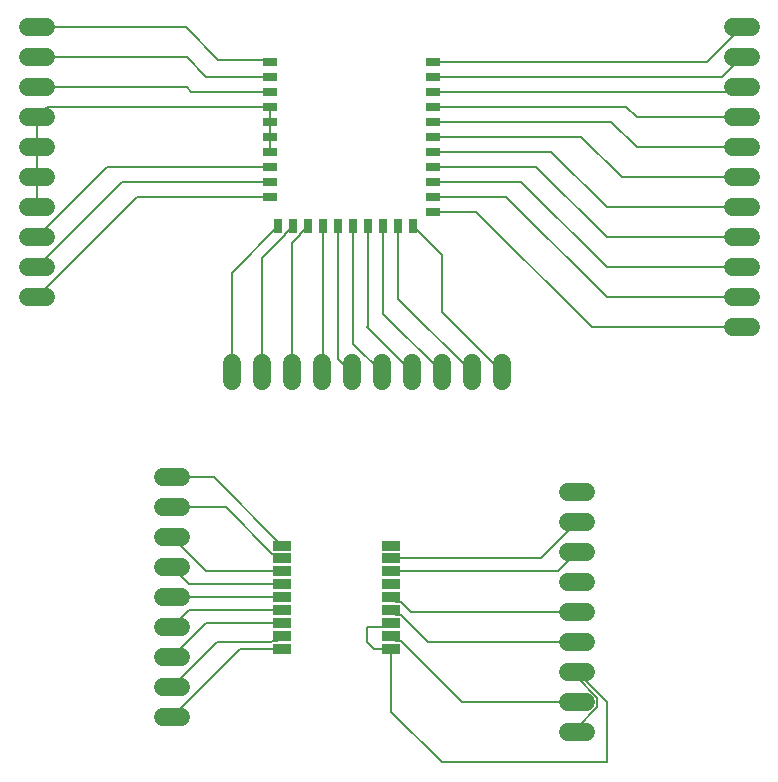
<source format=gbr>
G04 EAGLE Gerber RS-274X export*
G75*
%MOMM*%
%FSLAX34Y34*%
%LPD*%
%INTop Copper*%
%IPPOS*%
%AMOC8*
5,1,8,0,0,1.08239X$1,22.5*%
G01*
%ADD10C,1.524000*%
%ADD11R,1.600000X0.900000*%
%ADD12R,1.270000X0.710000*%
%ADD13R,0.710000X1.270000*%
%ADD14C,0.152400*%


D10*
X591820Y101600D02*
X576580Y101600D01*
X576580Y127000D02*
X591820Y127000D01*
X591820Y152400D02*
X576580Y152400D01*
X576580Y177800D02*
X591820Y177800D01*
X591820Y203200D02*
X576580Y203200D01*
X576580Y228600D02*
X591820Y228600D01*
X591820Y254000D02*
X576580Y254000D01*
X576580Y279400D02*
X591820Y279400D01*
X591820Y304800D02*
X576580Y304800D01*
X248920Y114300D02*
X233680Y114300D01*
X233680Y139700D02*
X248920Y139700D01*
X248920Y165100D02*
X233680Y165100D01*
X233680Y190500D02*
X248920Y190500D01*
X248920Y215900D02*
X233680Y215900D01*
X233680Y241300D02*
X248920Y241300D01*
X248920Y266700D02*
X233680Y266700D01*
X233680Y292100D02*
X248920Y292100D01*
X248920Y317500D02*
X233680Y317500D01*
X134620Y698500D02*
X119380Y698500D01*
X119380Y673100D02*
X134620Y673100D01*
X134620Y647700D02*
X119380Y647700D01*
X119380Y622300D02*
X134620Y622300D01*
X134620Y596900D02*
X119380Y596900D01*
X119380Y571500D02*
X134620Y571500D01*
X134620Y546100D02*
X119380Y546100D01*
X119380Y520700D02*
X134620Y520700D01*
X134620Y495300D02*
X119380Y495300D01*
X119380Y469900D02*
X134620Y469900D01*
X520700Y414020D02*
X520700Y398780D01*
X495300Y398780D02*
X495300Y414020D01*
X469900Y414020D02*
X469900Y398780D01*
X444500Y398780D02*
X444500Y414020D01*
X419100Y414020D02*
X419100Y398780D01*
X393700Y398780D02*
X393700Y414020D01*
X368300Y414020D02*
X368300Y398780D01*
X342900Y398780D02*
X342900Y414020D01*
X317500Y414020D02*
X317500Y398780D01*
X292100Y398780D02*
X292100Y414020D01*
X716280Y698500D02*
X731520Y698500D01*
X731520Y673100D02*
X716280Y673100D01*
X716280Y647700D02*
X731520Y647700D01*
X731520Y622300D02*
X716280Y622300D01*
X716280Y596900D02*
X731520Y596900D01*
X731520Y571500D02*
X716280Y571500D01*
X716280Y546100D02*
X731520Y546100D01*
X731520Y520700D02*
X716280Y520700D01*
X716280Y495300D02*
X731520Y495300D01*
X731520Y469900D02*
X716280Y469900D01*
X716280Y444500D02*
X731520Y444500D01*
D11*
X335000Y215900D03*
X335000Y226900D03*
X335000Y237900D03*
X335000Y248900D03*
X335000Y259900D03*
X335000Y204900D03*
X335000Y193900D03*
X335000Y182900D03*
X335000Y171900D03*
X427000Y259900D03*
X427000Y248900D03*
X427000Y237900D03*
X427000Y226900D03*
X427000Y215900D03*
X427000Y204900D03*
X427000Y193900D03*
X427000Y182900D03*
X427000Y171900D03*
D12*
X462450Y669500D03*
X462450Y656800D03*
X462450Y644100D03*
X462450Y631400D03*
X462450Y618700D03*
X462450Y606000D03*
X462450Y593300D03*
X462450Y580600D03*
X462450Y567900D03*
X462450Y555200D03*
X462450Y542500D03*
D13*
X445900Y530150D03*
X433200Y530150D03*
X420500Y530150D03*
X407800Y530150D03*
X395100Y530150D03*
X382400Y530150D03*
X369700Y530150D03*
X357000Y530150D03*
X344300Y530150D03*
X331600Y530150D03*
D12*
X324950Y555200D03*
X324950Y567900D03*
X324950Y580600D03*
X324950Y593300D03*
X324950Y606000D03*
X324950Y618700D03*
X324950Y631400D03*
X324950Y644100D03*
X324950Y656800D03*
X324950Y669500D03*
D14*
X601726Y131103D02*
X601726Y122897D01*
X584200Y105371D02*
X584200Y101600D01*
X584200Y148629D02*
X584200Y152400D01*
X601726Y122897D02*
X584200Y105371D01*
X601726Y131103D02*
X584200Y148629D01*
X584200Y152400D02*
X609600Y127000D01*
X609600Y76200D01*
X469900Y76200D01*
X427000Y119100D01*
X427000Y171900D01*
X423600Y190500D02*
X427000Y193900D01*
X423600Y190500D02*
X406400Y190500D01*
X406400Y177800D01*
X412300Y171900D01*
X427000Y171900D01*
X431214Y178686D02*
X427000Y182900D01*
X431214Y178686D02*
X435947Y178686D01*
X487633Y127000D02*
X584200Y127000D01*
X487633Y127000D02*
X435947Y178686D01*
X431214Y200686D02*
X427000Y204900D01*
X431214Y200686D02*
X435947Y200686D01*
X458833Y177800D02*
X584200Y177800D01*
X458833Y177800D02*
X435947Y200686D01*
X435947Y211686D02*
X431214Y211686D01*
X427000Y215900D01*
X444433Y203200D02*
X584200Y203200D01*
X444433Y203200D02*
X435947Y211686D01*
X427000Y237900D02*
X568100Y237900D01*
X584200Y254000D01*
X584200Y279400D02*
X553700Y248900D01*
X427000Y248900D01*
X298900Y171900D02*
X241300Y114300D01*
X298900Y171900D02*
X335000Y171900D01*
X330786Y178686D02*
X335000Y182900D01*
X330786Y178686D02*
X326053Y178686D01*
X325167Y177800D01*
X279400Y177800D02*
X241300Y139700D01*
X279400Y177800D02*
X325167Y177800D01*
X335000Y193900D02*
X270100Y193900D01*
X241300Y165100D01*
X255700Y204900D02*
X335000Y204900D01*
X255700Y204900D02*
X241300Y190500D01*
X241300Y215900D02*
X335000Y215900D01*
X335000Y226900D02*
X255700Y226900D01*
X241300Y241300D01*
X270100Y237900D02*
X335000Y237900D01*
X270100Y237900D02*
X241300Y266700D01*
X326053Y253114D02*
X330786Y253114D01*
X335000Y248900D01*
X287067Y292100D02*
X241300Y292100D01*
X287067Y292100D02*
X326053Y253114D01*
X335000Y259900D02*
X277400Y317500D01*
X241300Y317500D01*
X462450Y669500D02*
X694900Y669500D01*
X723900Y698500D01*
X723900Y647700D02*
X720300Y644100D01*
X462450Y644100D01*
X462450Y631400D02*
X625900Y631400D01*
X635000Y622300D01*
X723900Y622300D01*
X613200Y618700D02*
X462450Y618700D01*
X613200Y618700D02*
X635000Y596900D01*
X723900Y596900D01*
X587800Y606000D02*
X462450Y606000D01*
X587800Y606000D02*
X622300Y571500D01*
X723900Y571500D01*
X562400Y593300D02*
X462450Y593300D01*
X562400Y593300D02*
X609600Y546100D01*
X723900Y546100D01*
X549700Y580600D02*
X462450Y580600D01*
X609600Y520700D02*
X723900Y520700D01*
X609600Y520700D02*
X549700Y580600D01*
X537000Y567900D02*
X462450Y567900D01*
X537000Y567900D02*
X609600Y495300D01*
X723900Y495300D01*
X524300Y555200D02*
X462450Y555200D01*
X524300Y555200D02*
X609600Y469900D01*
X723900Y469900D01*
X498900Y542500D02*
X462450Y542500D01*
X596900Y444500D02*
X723900Y444500D01*
X596900Y444500D02*
X498900Y542500D01*
X469900Y506150D02*
X445900Y530150D01*
X469900Y506150D02*
X469900Y457200D01*
X520700Y406400D01*
X433200Y468500D02*
X433200Y530150D01*
X433200Y468500D02*
X495300Y406400D01*
X420500Y455800D02*
X420500Y530150D01*
X420500Y455800D02*
X469900Y406400D01*
X407800Y445900D02*
X407800Y530150D01*
X407800Y445900D02*
X406400Y444500D01*
X444500Y406400D01*
X395100Y430400D02*
X395100Y530150D01*
X395100Y430400D02*
X419100Y406400D01*
X382400Y417700D02*
X382400Y530150D01*
X382400Y417700D02*
X393700Y406400D01*
X369700Y407800D02*
X369700Y530150D01*
X369700Y407800D02*
X368300Y406400D01*
X350136Y523286D02*
X357000Y530150D01*
X350136Y523286D02*
X350136Y522853D01*
X342900Y515617D02*
X342900Y406400D01*
X342900Y515617D02*
X350136Y522853D01*
X344300Y530150D02*
X337436Y523286D01*
X337436Y522853D01*
X317500Y502917D02*
X317500Y406400D01*
X317500Y502917D02*
X337436Y522853D01*
X331600Y530150D02*
X292100Y490650D01*
X292100Y406400D01*
X462450Y656800D02*
X707600Y656800D01*
X723900Y673100D01*
X323112Y671338D02*
X280784Y671338D01*
X323112Y671338D02*
X324950Y669500D01*
X253622Y698500D02*
X127000Y698500D01*
X253622Y698500D02*
X280784Y671338D01*
X270300Y656800D02*
X324950Y656800D01*
X270300Y656800D02*
X254000Y673100D01*
X127000Y673100D01*
X257600Y644100D02*
X324950Y644100D01*
X257600Y644100D02*
X254000Y647700D01*
X127000Y647700D01*
X136100Y631400D02*
X324950Y631400D01*
X136100Y631400D02*
X127000Y622300D01*
X127000Y596900D01*
X127000Y571500D01*
X127000Y546100D01*
X324950Y618700D02*
X324950Y631400D01*
X324950Y618700D02*
X324950Y606000D01*
X324950Y593300D01*
X186900Y580600D02*
X127000Y520700D01*
X186900Y580600D02*
X324950Y580600D01*
X324950Y567900D02*
X199600Y567900D01*
X127000Y495300D01*
X212300Y555200D02*
X324950Y555200D01*
X212300Y555200D02*
X127000Y469900D01*
M02*

</source>
